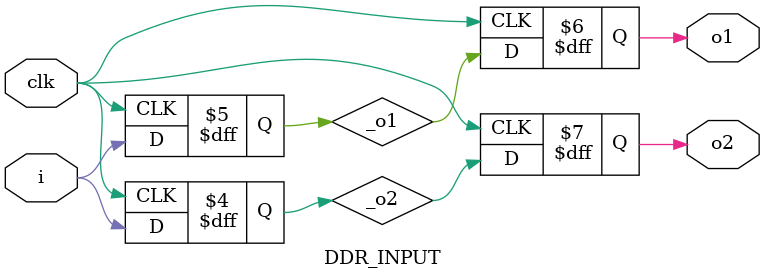
<source format=v>
module DDR_INPUT(
 output reg o1,
 output reg o2,
 input i,
 input clk);

reg _o1, _o2;

always @ (posedge clk)
  begin
   o1 = _o1;
   o2 = _o2;
  end

always @ (posedge clk)
    begin
        _o1 = i;
    end

always @ (negedge clk)
    begin
        _o2 = i;
    end
endmodule

</source>
